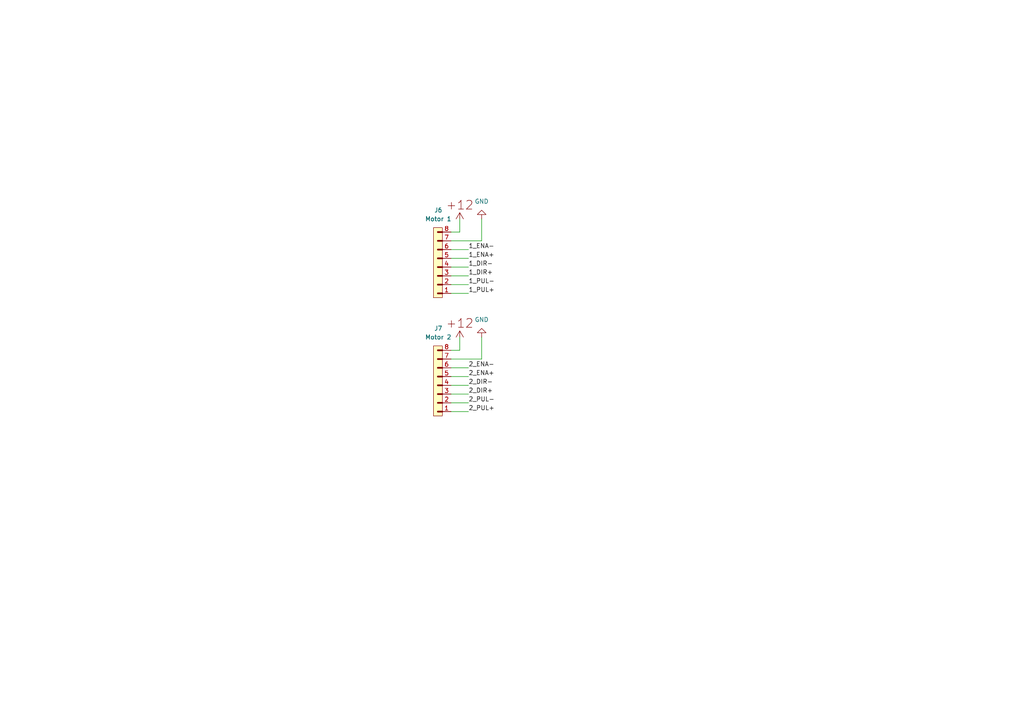
<source format=kicad_sch>
(kicad_sch (version 20250114) (generator "eeschema") (generator_version "9.0")
  (paper "A4")
  (title_block (title "Power"))
  (lib_symbols
    (symbol "PCM_Generic:P,+12" (power) (pin_numbers (hide yes)) (pin_names (offset 1.27) (hide yes))
      (symbol "P,+12_1_1"
        (polyline (pts (xy -1.0668 0) (xy 0 1.8288) (xy 1.0668 0)))
        (polyline (pts (xy 0 0) (xy 0 1.8288)))
        (text "+12" (at 0 2.54 0) (effects (font (size 2.54 2.54)) (justify bottom)))
        (pin power_in line (at 0 0 0) (length 0) (hide yes) (name "+10") (number "0"))
      )
    )
    (symbol "PCM_SL_Pin_Headers:PINHD_1x8_Male"
      (property "Reference" "J" (at 0 13.97 0))
      (property "Value" "PINHD_1x8_Male" (at 0 11.43 0))
      (symbol "PINHD_1x8_Male_0_1"
        (rectangle (start -1.27 10.16) (end 1.27 -10.16) (fill (type background)))
        (polyline (pts (xy -1.27 8.89) (xy 0 8.89)) (stroke (width 0.3)))
        (polyline (pts (xy -1.27 8.89) (xy 0 8.89)) (stroke (width 0.5)))
        (polyline (pts (xy -1.27 6.35) (xy 0 6.35)) (stroke (width 0.3)))
        (polyline (pts (xy -1.27 6.35) (xy 0 6.35)) (stroke (width 0.5)))
        (polyline (pts (xy -1.27 3.81) (xy 0 3.81)) (stroke (width 0.3)))
        (polyline (pts (xy -1.27 3.81) (xy 0 3.81)) (stroke (width 0.5)))
        (polyline (pts (xy -1.27 1.27) (xy 0 1.27)) (stroke (width 0.3)))
        (polyline (pts (xy -1.27 1.27) (xy 0 1.27)) (stroke (width 0.5)))
        (polyline (pts (xy -1.27 -1.27) (xy 0 -1.27)) (stroke (width 0.3)))
        (polyline (pts (xy -1.27 -1.27) (xy 0 -1.27)) (stroke (width 0.5)))
        (polyline (pts (xy -1.27 -3.81) (xy 0 -3.81)) (stroke (width 0.3)))
        (polyline (pts (xy -1.27 -3.81) (xy 0 -3.81)) (stroke (width 0.5)))
        (polyline (pts (xy -1.27 -6.35) (xy 0 -6.35)) (stroke (width 0.3)))
        (polyline (pts (xy -1.27 -6.35) (xy 0 -6.35)) (stroke (width 0.5)))
        (polyline (pts (xy -1.27 -8.89) (xy 0 -8.89)) (stroke (width 0.3)))
        (polyline (pts (xy -1.27 -8.89) (xy 0 -8.89)) (stroke (width 0.5)))
      )
      (symbol "PINHD_1x8_Male_1_1"
        (pin passive line (at -3.81 8.89 0) (length 2.54) (name "") (number "1"))
        (pin passive line (at -3.81 6.35 0) (length 2.54) (name "") (number "2"))
        (pin passive line (at -3.81 3.81 0) (length 2.54) (name "") (number "3"))
        (pin passive line (at -3.81 1.27 0) (length 2.54) (name "") (number "4"))
        (pin passive line (at -3.81 -1.27 0) (length 2.54) (name "") (number "5"))
        (pin passive line (at -3.81 -3.81 0) (length 2.54) (name "") (number "6"))
        (pin passive line (at -3.81 -6.35 0) (length 2.54) (name "") (number "7"))
        (pin passive line (at -3.81 -8.89 0) (length 2.54) (name "") (number "8"))
      )
    )
    (symbol "power:GND" (power) (pin_numbers (hide yes)) (pin_names (offset 0) (hide yes))
      (property "Value" "GND" (at 0 -3.81 0))
      (symbol "GND_0_1"
        (polyline (pts (xy 0 0) (xy 0 -1.27) (xy 1.27 -1.27) (xy 0 -2.54) (xy -1.27 -1.27) (xy 0 -1.27)))
      )
      (symbol "GND_1_1"
        (pin power_in line (at 0 0 270) (length 0) (name "~") (number "1"))
      )
    )
  )
  (wire (pts (xy 133.35 101.6) (xy 130.81 101.6)))
  (wire (pts (xy 130.81 85.09) (xy 135.89 85.09)))
  (wire (pts (xy 130.81 72.39) (xy 135.89 72.39)))
  (wire (pts (xy 130.81 116.84) (xy 135.89 116.84)))
  (wire (pts (xy 133.35 97.79) (xy 133.35 101.6)))
  (wire (pts (xy 130.81 82.55) (xy 135.89 82.55)))
  (wire (pts (xy 130.81 80.01) (xy 135.89 80.01)))
  (wire (pts (xy 130.81 106.68) (xy 135.89 106.68)))
  (wire (pts (xy 130.81 111.76) (xy 135.89 111.76)))
  (wire (pts (xy 130.81 104.14) (xy 139.7 104.14)))
  (wire (pts (xy 139.7 104.14) (xy 139.7 97.79)))
  (wire (pts (xy 133.35 63.5) (xy 133.35 67.31)))
  (wire (pts (xy 130.81 109.22) (xy 135.89 109.22)))
  (wire (pts (xy 130.81 74.93) (xy 135.89 74.93)))
  (wire (pts (xy 133.35 67.31) (xy 130.81 67.31)))
  (wire (pts (xy 130.81 119.38) (xy 135.89 119.38)))
  (wire (pts (xy 139.7 69.85) (xy 139.7 63.5)))
  (wire (pts (xy 130.81 114.3) (xy 135.89 114.3)))
  (wire (pts (xy 130.81 77.47) (xy 135.89 77.47)))
  (wire (pts (xy 130.81 69.85) (xy 139.7 69.85)))
  (label "1_PUL+" (at 135.89 85.09 0))
  (label "1_DIR+" (at 135.89 80.01 0))
  (label "1_ENA-" (at 135.89 72.39 0))
  (label "2_PUL+" (at 135.89 119.38 0))
  (label "2_DIR+" (at 135.89 114.3 0))
  (label "1_PUL-" (at 135.89 82.55 0))
  (label "2_ENA-" (at 135.89 106.68 0))
  (label "1_DIR-" (at 135.89 77.47 0))
  (label "1_ENA+" (at 135.89 74.93 0))
  (label "2_ENA+" (at 135.89 109.22 0))
  (label "2_PUL-" (at 135.89 116.84 0))
  (label "2_DIR-" (at 135.89 111.76 0))
  (symbol (lib_id "power:GND") (at 139.7 97.79 180) (unit 1)
    (property "Reference" "#PWR027" (effects (hide yes)))
    (property "Value" "GND" (at 139.7 92.71 0))
    (property "Description" "Power symbol creates a global label with name \"GND\" , ground" (effects (hide yes)))
  )
  (symbol (lib_id "PCM_SL_Pin_Headers:PINHD_1x8_Male") (at 127 110.49 180) (unit 1)
    (property "Reference" "J7" (at 127.125 95.25 0))
    (property "Value" "Motor 2" (at 127.125 97.79 0))
    (property "Footprint" "Connector_PinHeader_2.54mm:PinHeader_1x08_P2.54mm_Vertical" (effects (hide yes)))
    (property "Description" "Pin Header male with pin space 2.54mm. Pin Count -8" (effects (hide yes)))
  )
  (symbol (lib_id "PCM_SL_Pin_Headers:PINHD_1x8_Male") (at 127 76.2 180) (unit 1)
    (property "Reference" "J6" (at 127.125 60.96 0))
    (property "Value" "Motor 1" (at 127.125 63.5 0))
    (property "Footprint" "Connector_PinHeader_2.54mm:PinHeader_1x08_P2.54mm_Vertical" (effects (hide yes)))
    (property "Description" "Pin Header male with pin space 2.54mm. Pin Count -8" (effects (hide yes)))
  )
  (symbol (lib_id "PCM_Generic:P,+12") (at 133.35 97.79 0) (unit 1)
    (property "Reference" "#PWR025" (effects (hide yes)))
    (property "Value" "P,+12" (effects (hide yes)))
    (property "Description" "+12 positive potential/voltage (global DC power supply node)" (effects (hide yes)))
  )
  (symbol (lib_id "PCM_Generic:P,+12") (at 133.35 63.5 0) (unit 1)
    (property "Reference" "#PWR024" (effects (hide yes)))
    (property "Value" "P,+12" (effects (hide yes)))
    (property "Description" "+12 positive potential/voltage (global DC power supply node)" (effects (hide yes)))
  )
  (symbol (lib_id "power:GND") (at 139.7 63.5 180) (unit 1)
    (property "Reference" "#PWR026" (effects (hide yes)))
    (property "Value" "GND" (at 139.7 58.42 0))
    (property "Description" "Power symbol creates a global label with name \"GND\" , ground" (effects (hide yes)))
  )
)
</source>
